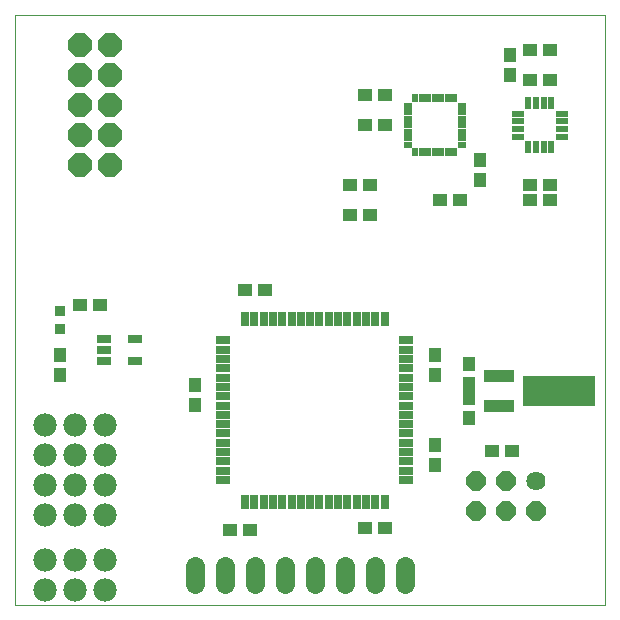
<source format=gts>
G75*
G70*
%OFA0B0*%
%FSLAX24Y24*%
%IPPOS*%
%LPD*%
%AMOC8*
5,1,8,0,0,1.08239X$1,22.5*
%
%ADD10C,0.0000*%
%ADD11R,0.0316X0.0197*%
%ADD12R,0.0197X0.0316*%
%ADD13R,0.0434X0.0197*%
%ADD14R,0.0197X0.0434*%
%ADD15R,0.0473X0.0434*%
%ADD16R,0.0434X0.0473*%
%ADD17R,0.0512X0.0257*%
%ADD18R,0.0355X0.0355*%
%ADD19R,0.0510X0.0260*%
%ADD20R,0.0260X0.0510*%
%ADD21R,0.1024X0.0434*%
%ADD22R,0.2402X0.1024*%
%ADD23C,0.0640*%
%ADD24OC8,0.0640*%
%ADD25C,0.0780*%
%ADD26C,0.0640*%
%ADD27OC8,0.0780*%
D10*
X001194Y002069D02*
X020879Y002069D01*
X020879Y021754D01*
X001194Y021754D01*
X001194Y002069D01*
D11*
X014288Y017419D03*
X014288Y017636D03*
X014288Y017852D03*
X014288Y018069D03*
X014288Y018285D03*
X014288Y018502D03*
X014288Y018718D03*
X016099Y018718D03*
X016099Y018502D03*
X016099Y018285D03*
X016099Y018069D03*
X016099Y017852D03*
X016099Y017636D03*
X016099Y017419D03*
D12*
X015843Y017163D03*
X015627Y017163D03*
X015410Y017163D03*
X015194Y017163D03*
X014977Y017163D03*
X014761Y017163D03*
X014544Y017163D03*
X014544Y018974D03*
X014761Y018974D03*
X014977Y018974D03*
X015194Y018974D03*
X015410Y018974D03*
X015627Y018974D03*
X015843Y018974D03*
D13*
X017965Y018453D03*
X017965Y018197D03*
X017965Y017941D03*
X017965Y017685D03*
X019422Y017685D03*
X019422Y017941D03*
X019422Y018197D03*
X019422Y018453D03*
D14*
X019078Y018797D03*
X018822Y018797D03*
X018566Y018797D03*
X018310Y018797D03*
X018310Y017340D03*
X018566Y017340D03*
X018822Y017340D03*
X019078Y017340D03*
D15*
X019028Y016069D03*
X019028Y015569D03*
X018359Y015569D03*
X018359Y016069D03*
X016028Y015569D03*
X015359Y015569D03*
X013028Y016069D03*
X012359Y016069D03*
X012359Y015069D03*
X013028Y015069D03*
X012859Y018069D03*
X013528Y018069D03*
X013528Y019069D03*
X012859Y019069D03*
X018359Y019569D03*
X019028Y019569D03*
X019028Y020569D03*
X018359Y020569D03*
X009528Y012569D03*
X008859Y012569D03*
X004028Y012069D03*
X003359Y012069D03*
X008359Y004569D03*
X009028Y004569D03*
X012859Y004631D03*
X013528Y004631D03*
X017109Y007194D03*
X017778Y007194D03*
D16*
X016350Y008297D03*
X016350Y008966D03*
X016350Y009453D03*
X016350Y010122D03*
X015194Y010403D03*
X015194Y009734D03*
X015194Y007403D03*
X015194Y006734D03*
X007194Y008734D03*
X007194Y009403D03*
X002694Y009734D03*
X002694Y010403D03*
X016694Y016234D03*
X016694Y016903D03*
X017694Y019734D03*
X017694Y020403D03*
D17*
X005206Y010943D03*
X005206Y010195D03*
X004182Y010195D03*
X004182Y010569D03*
X004182Y010943D03*
D18*
X002694Y011274D03*
X002694Y011864D03*
D19*
X008139Y010894D03*
X008139Y010584D03*
X008139Y010274D03*
X008139Y009964D03*
X008139Y009654D03*
X008139Y009344D03*
X008139Y009034D03*
X008139Y008724D03*
X008139Y008414D03*
X008139Y008104D03*
X008139Y007794D03*
X008139Y007484D03*
X008139Y007174D03*
X008139Y006864D03*
X008139Y006554D03*
X008139Y006244D03*
X014249Y006244D03*
X014249Y006554D03*
X014249Y006864D03*
X014249Y007174D03*
X014249Y007484D03*
X014249Y007794D03*
X014249Y008104D03*
X014249Y008414D03*
X014249Y008724D03*
X014249Y009034D03*
X014249Y009344D03*
X014249Y009654D03*
X014249Y009964D03*
X014249Y010274D03*
X014249Y010584D03*
X014249Y010894D03*
D20*
X013519Y011624D03*
X013209Y011624D03*
X012899Y011624D03*
X012589Y011624D03*
X012279Y011624D03*
X011969Y011624D03*
X011659Y011624D03*
X011349Y011624D03*
X011039Y011624D03*
X010729Y011624D03*
X010419Y011624D03*
X010109Y011624D03*
X009799Y011624D03*
X009489Y011624D03*
X009179Y011624D03*
X008869Y011624D03*
X008869Y005514D03*
X009179Y005514D03*
X009489Y005514D03*
X009799Y005514D03*
X010109Y005514D03*
X010419Y005514D03*
X010729Y005514D03*
X011039Y005514D03*
X011349Y005514D03*
X011659Y005514D03*
X011969Y005514D03*
X012279Y005514D03*
X012589Y005514D03*
X012899Y005514D03*
X013209Y005514D03*
X013519Y005514D03*
D21*
X017319Y008694D03*
X017319Y009694D03*
D22*
X019319Y009194D03*
D23*
X018569Y006194D03*
D24*
X018569Y005194D03*
X017569Y005194D03*
X017569Y006194D03*
X016569Y006194D03*
X016569Y005194D03*
D25*
X004194Y005069D03*
X004194Y006069D03*
X004194Y007069D03*
X004194Y008069D03*
X003194Y008069D03*
X003194Y007069D03*
X002194Y007069D03*
X002194Y008069D03*
X002194Y006069D03*
X003194Y006069D03*
X003194Y005069D03*
X002194Y005069D03*
X002194Y003569D03*
X003194Y003569D03*
X003194Y002569D03*
X002194Y002569D03*
X004194Y002569D03*
X004194Y003569D03*
D26*
X007194Y003369D02*
X007194Y002769D01*
X008194Y002769D02*
X008194Y003369D01*
X009194Y003369D02*
X009194Y002769D01*
X010194Y002769D02*
X010194Y003369D01*
X011194Y003369D02*
X011194Y002769D01*
X012194Y002769D02*
X012194Y003369D01*
X013194Y003369D02*
X013194Y002769D01*
X014194Y002769D02*
X014194Y003369D01*
D27*
X004381Y016756D03*
X004381Y017756D03*
X003381Y017756D03*
X003381Y016756D03*
X003381Y018756D03*
X003381Y019756D03*
X004381Y019756D03*
X004381Y018756D03*
X004381Y020756D03*
X003381Y020756D03*
M02*

</source>
